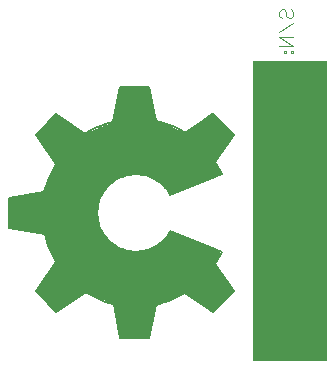
<source format=gbo>
G75*
G70*
%OFA0B0*%
%FSLAX24Y24*%
%IPPOS*%
%LPD*%
%AMOC8*
5,1,8,0,0,1.08239X$1,22.5*
%
%ADD10C,0.0040*%
%ADD11R,0.2500X1.0000*%
%ADD12C,0.0080*%
%ADD13C,0.0060*%
D10*
X047621Y016096D02*
X047698Y016096D01*
X047698Y016172D01*
X047621Y016172D01*
X047621Y016096D01*
X047852Y016096D02*
X047928Y016096D01*
X047928Y016172D01*
X047852Y016172D01*
X047852Y016096D01*
X047928Y016326D02*
X047468Y016326D01*
X047468Y016633D02*
X047928Y016326D01*
X047928Y016633D02*
X047468Y016633D01*
X047468Y016786D02*
X047928Y017093D01*
X047852Y017247D02*
X047928Y017323D01*
X047928Y017477D01*
X047852Y017553D01*
X047698Y017477D02*
X047698Y017323D01*
X047775Y017247D01*
X047852Y017247D01*
X047698Y017477D02*
X047621Y017553D01*
X047545Y017553D01*
X047468Y017477D01*
X047468Y017323D01*
X047545Y017247D01*
D11*
X047823Y010823D03*
D12*
X039638Y010058D02*
X038458Y010268D01*
X038458Y011258D01*
X039628Y011468D01*
X040008Y012388D02*
X039338Y013368D01*
X040028Y014068D01*
X040998Y013408D01*
X041928Y013798D02*
X042148Y014948D01*
X043128Y014948D01*
X043338Y013828D01*
X044318Y013438D02*
X045248Y014068D01*
X045938Y013368D01*
X045328Y012468D01*
X045548Y012078D01*
X043828Y011368D01*
X044319Y008088D02*
X044188Y008013D01*
X044053Y007946D01*
X043915Y007884D01*
X043774Y007830D01*
X043631Y007782D01*
X043486Y007741D01*
X043339Y007708D01*
X043338Y007708D02*
X043128Y006598D01*
X042148Y006588D01*
X041938Y007728D01*
X041008Y008128D02*
X040028Y007468D01*
X039338Y008158D01*
X040008Y009138D01*
X040998Y013408D02*
X041123Y013482D01*
X041250Y013550D01*
X041381Y013613D01*
X041515Y013668D01*
X041650Y013718D01*
X041789Y013761D01*
X041928Y013798D01*
X043338Y013828D02*
X043485Y013793D01*
X043631Y013751D01*
X043774Y013702D01*
X043915Y013646D01*
X044052Y013583D01*
X044187Y013513D01*
X044318Y013438D01*
X041938Y007728D02*
X041798Y007766D01*
X041660Y007811D01*
X041524Y007862D01*
X041391Y007920D01*
X041260Y007983D01*
X041133Y008053D01*
X041008Y008128D01*
X044318Y008088D02*
X045248Y007468D01*
X045938Y008158D01*
X045318Y009058D01*
X045548Y009448D01*
X043828Y010158D01*
X039628Y011468D02*
X039664Y011607D01*
X039707Y011743D01*
X039755Y011877D01*
X039810Y012009D01*
X039870Y012139D01*
X039936Y012265D01*
X040008Y012388D01*
X043828Y011368D02*
X043793Y011430D01*
X043755Y011490D01*
X043713Y011548D01*
X043668Y011604D01*
X043620Y011656D01*
X043569Y011707D01*
X043516Y011754D01*
X043460Y011798D01*
X043401Y011839D01*
X043341Y011877D01*
X043278Y011911D01*
X043214Y011942D01*
X043148Y011969D01*
X043080Y011993D01*
X043012Y012013D01*
X042942Y012029D01*
X042872Y012041D01*
X042801Y012049D01*
X042730Y012053D01*
X042659Y012054D01*
X042587Y012050D01*
X042516Y012043D01*
X042446Y012031D01*
X042376Y012016D01*
X042307Y011997D01*
X042240Y011974D01*
X042174Y011947D01*
X042109Y011917D01*
X042046Y011883D01*
X041985Y011846D01*
X041926Y011805D01*
X041870Y011762D01*
X041816Y011715D01*
X041765Y011665D01*
X041716Y011613D01*
X041671Y011558D01*
X041628Y011501D01*
X041589Y011441D01*
X041554Y011379D01*
X041521Y011316D01*
X041492Y011250D01*
X041467Y011183D01*
X041446Y011115D01*
X041428Y011046D01*
X041415Y010976D01*
X041405Y010905D01*
X041399Y010834D01*
X041397Y010763D01*
X041399Y010692D01*
X041405Y010621D01*
X041415Y010550D01*
X041428Y010480D01*
X041446Y010411D01*
X041467Y010343D01*
X041492Y010276D01*
X041521Y010210D01*
X041554Y010147D01*
X041589Y010085D01*
X041628Y010025D01*
X041671Y009968D01*
X041716Y009913D01*
X041765Y009861D01*
X041816Y009811D01*
X041870Y009764D01*
X041926Y009721D01*
X041985Y009680D01*
X042046Y009643D01*
X042109Y009609D01*
X042174Y009579D01*
X042240Y009552D01*
X042307Y009529D01*
X042376Y009510D01*
X042446Y009495D01*
X042516Y009483D01*
X042587Y009476D01*
X042659Y009472D01*
X042730Y009473D01*
X042801Y009477D01*
X042872Y009485D01*
X042942Y009497D01*
X043012Y009513D01*
X043080Y009533D01*
X043148Y009557D01*
X043214Y009584D01*
X043278Y009615D01*
X043341Y009649D01*
X043401Y009687D01*
X043460Y009728D01*
X043516Y009772D01*
X043569Y009819D01*
X043620Y009870D01*
X043668Y009922D01*
X043713Y009978D01*
X043755Y010036D01*
X043793Y010096D01*
X043828Y010158D01*
X040008Y009139D02*
X039938Y009262D01*
X039873Y009389D01*
X039814Y009518D01*
X039761Y009650D01*
X039714Y009785D01*
X039673Y009921D01*
X039638Y010059D01*
D13*
X039679Y010077D02*
X041568Y010077D01*
X041523Y010135D02*
X039383Y010135D01*
X039678Y010078D02*
X040028Y009118D01*
X039388Y008168D01*
X040028Y007498D01*
X041008Y008168D01*
X041978Y007718D01*
X042178Y006618D01*
X043108Y006628D01*
X043308Y007708D01*
X044348Y008128D01*
X045248Y007518D01*
X045888Y008158D01*
X045268Y009068D01*
X045488Y009428D01*
X043838Y010098D01*
X043298Y009548D01*
X042488Y009428D01*
X041868Y009688D01*
X041428Y010258D01*
X041358Y010898D01*
X041518Y011458D01*
X041908Y011868D01*
X042498Y012108D01*
X043218Y012008D01*
X043618Y011728D01*
X043858Y011408D01*
X045508Y012078D01*
X045278Y012488D01*
X045928Y013368D01*
X045228Y014048D01*
X044308Y013398D01*
X043288Y013858D01*
X043088Y014908D01*
X042178Y014918D01*
X041938Y013778D01*
X040948Y013378D01*
X040028Y014028D01*
X039358Y013368D01*
X040038Y012398D01*
X039628Y011438D01*
X038488Y011228D01*
X038488Y010308D01*
X039678Y010078D01*
X039700Y010018D02*
X041614Y010018D01*
X041659Y009960D02*
X039722Y009960D01*
X039743Y009901D02*
X041704Y009901D01*
X041749Y009843D02*
X039764Y009843D01*
X039786Y009784D02*
X041794Y009784D01*
X041839Y009726D02*
X039807Y009726D01*
X039828Y009667D02*
X041918Y009667D01*
X042058Y009609D02*
X039850Y009609D01*
X039871Y009550D02*
X042197Y009550D01*
X042337Y009492D02*
X039892Y009492D01*
X039914Y009433D02*
X042476Y009433D01*
X042522Y009433D02*
X045476Y009433D01*
X045456Y009375D02*
X039935Y009375D01*
X039956Y009316D02*
X045420Y009316D01*
X045384Y009258D02*
X039978Y009258D01*
X039999Y009199D02*
X045348Y009199D01*
X045313Y009141D02*
X040020Y009141D01*
X040004Y009082D02*
X045277Y009082D01*
X045299Y009024D02*
X039965Y009024D01*
X039925Y008965D02*
X045339Y008965D01*
X045378Y008907D02*
X039886Y008907D01*
X039847Y008848D02*
X045418Y008848D01*
X045458Y008790D02*
X039807Y008790D01*
X039768Y008731D02*
X045498Y008731D01*
X045538Y008673D02*
X039728Y008673D01*
X039689Y008614D02*
X045578Y008614D01*
X045618Y008556D02*
X039649Y008556D01*
X039610Y008497D02*
X045657Y008497D01*
X045697Y008439D02*
X039571Y008439D01*
X039531Y008380D02*
X045737Y008380D01*
X045777Y008322D02*
X039492Y008322D01*
X039452Y008263D02*
X045817Y008263D01*
X045857Y008205D02*
X039413Y008205D01*
X039409Y008146D02*
X040976Y008146D01*
X041056Y008146D02*
X045876Y008146D01*
X045818Y008088D02*
X044408Y008088D01*
X044494Y008029D02*
X045759Y008029D01*
X045701Y007971D02*
X044581Y007971D01*
X044667Y007912D02*
X045642Y007912D01*
X045584Y007854D02*
X044753Y007854D01*
X044840Y007795D02*
X045525Y007795D01*
X045467Y007737D02*
X044926Y007737D01*
X045012Y007678D02*
X045408Y007678D01*
X045350Y007620D02*
X045099Y007620D01*
X045185Y007561D02*
X045291Y007561D01*
X044248Y008088D02*
X041182Y008088D01*
X041308Y008029D02*
X044103Y008029D01*
X043958Y007971D02*
X041434Y007971D01*
X041560Y007912D02*
X043814Y007912D01*
X043669Y007854D02*
X041686Y007854D01*
X041812Y007795D02*
X043524Y007795D01*
X043379Y007737D02*
X041938Y007737D01*
X041986Y007678D02*
X043303Y007678D01*
X043292Y007620D02*
X041996Y007620D01*
X042007Y007561D02*
X043281Y007561D01*
X043270Y007503D02*
X042018Y007503D01*
X042028Y007444D02*
X043260Y007444D01*
X043249Y007386D02*
X042039Y007386D01*
X042050Y007327D02*
X043238Y007327D01*
X043227Y007269D02*
X042060Y007269D01*
X042071Y007210D02*
X043216Y007210D01*
X043205Y007152D02*
X042081Y007152D01*
X042092Y007093D02*
X043195Y007093D01*
X043184Y007035D02*
X042103Y007035D01*
X042113Y006976D02*
X043173Y006976D01*
X043162Y006918D02*
X042124Y006918D01*
X042135Y006859D02*
X043151Y006859D01*
X043140Y006801D02*
X042145Y006801D01*
X042156Y006742D02*
X043130Y006742D01*
X043119Y006684D02*
X042167Y006684D01*
X042177Y006625D02*
X042832Y006625D01*
X040891Y008088D02*
X039465Y008088D01*
X039521Y008029D02*
X040805Y008029D01*
X040720Y007971D02*
X039577Y007971D01*
X039633Y007912D02*
X040634Y007912D01*
X040548Y007854D02*
X039689Y007854D01*
X039745Y007795D02*
X040463Y007795D01*
X040377Y007737D02*
X039801Y007737D01*
X039856Y007678D02*
X040292Y007678D01*
X040206Y007620D02*
X039912Y007620D01*
X039968Y007561D02*
X040121Y007561D01*
X040035Y007503D02*
X040024Y007503D01*
X042917Y009492D02*
X045332Y009492D01*
X045188Y009550D02*
X043300Y009550D01*
X043358Y009609D02*
X045044Y009609D01*
X044900Y009667D02*
X043415Y009667D01*
X043473Y009726D02*
X044756Y009726D01*
X044612Y009784D02*
X043530Y009784D01*
X043588Y009843D02*
X044468Y009843D01*
X044323Y009901D02*
X043645Y009901D01*
X043702Y009960D02*
X044179Y009960D01*
X044035Y010018D02*
X043760Y010018D01*
X043817Y010077D02*
X043891Y010077D01*
X043848Y011422D02*
X043893Y011422D01*
X043804Y011481D02*
X044037Y011481D01*
X044181Y011539D02*
X043760Y011539D01*
X043716Y011598D02*
X044325Y011598D01*
X044469Y011656D02*
X043672Y011656D01*
X043629Y011715D02*
X044613Y011715D01*
X044757Y011773D02*
X043554Y011773D01*
X043470Y011832D02*
X044901Y011832D01*
X045046Y011890D02*
X043387Y011890D01*
X043303Y011949D02*
X045190Y011949D01*
X045334Y012008D02*
X043220Y012008D01*
X042804Y012066D02*
X045478Y012066D01*
X045483Y012125D02*
X039921Y012125D01*
X039946Y012183D02*
X045450Y012183D01*
X045417Y012242D02*
X039971Y012242D01*
X039996Y012300D02*
X045384Y012300D01*
X045351Y012359D02*
X040021Y012359D01*
X040025Y012417D02*
X045318Y012417D01*
X045286Y012476D02*
X039984Y012476D01*
X039943Y012534D02*
X045312Y012534D01*
X045355Y012593D02*
X039902Y012593D01*
X039861Y012651D02*
X045398Y012651D01*
X045442Y012710D02*
X039820Y012710D01*
X039779Y012768D02*
X045485Y012768D01*
X045528Y012827D02*
X039738Y012827D01*
X039697Y012885D02*
X045571Y012885D01*
X045615Y012944D02*
X039656Y012944D01*
X039615Y013002D02*
X045658Y013002D01*
X045701Y013061D02*
X039574Y013061D01*
X039533Y013119D02*
X045744Y013119D01*
X045787Y013178D02*
X039492Y013178D01*
X039451Y013236D02*
X045831Y013236D01*
X045874Y013295D02*
X039410Y013295D01*
X039369Y013353D02*
X045917Y013353D01*
X045884Y013412D02*
X044327Y013412D01*
X044279Y013412D02*
X041030Y013412D01*
X040902Y013412D02*
X039402Y013412D01*
X039462Y013470D02*
X040819Y013470D01*
X040736Y013529D02*
X039521Y013529D01*
X039580Y013587D02*
X040653Y013587D01*
X040570Y013646D02*
X039640Y013646D01*
X039699Y013704D02*
X040488Y013704D01*
X040405Y013763D02*
X039758Y013763D01*
X039818Y013821D02*
X040322Y013821D01*
X040239Y013880D02*
X039877Y013880D01*
X039937Y013938D02*
X040156Y013938D01*
X040074Y013997D02*
X039996Y013997D01*
X041175Y013470D02*
X044150Y013470D01*
X044020Y013529D02*
X041320Y013529D01*
X041465Y013587D02*
X043890Y013587D01*
X043761Y013646D02*
X041609Y013646D01*
X041754Y013704D02*
X043631Y013704D01*
X043501Y013763D02*
X041899Y013763D01*
X041947Y013821D02*
X043371Y013821D01*
X043284Y013880D02*
X041960Y013880D01*
X041972Y013938D02*
X043273Y013938D01*
X043262Y013997D02*
X041984Y013997D01*
X041997Y014055D02*
X043251Y014055D01*
X043240Y014114D02*
X042009Y014114D01*
X042021Y014172D02*
X043229Y014172D01*
X043218Y014231D02*
X042034Y014231D01*
X042046Y014289D02*
X043206Y014289D01*
X043195Y014348D02*
X042058Y014348D01*
X042071Y014406D02*
X043184Y014406D01*
X043173Y014465D02*
X042083Y014465D01*
X042095Y014523D02*
X043162Y014523D01*
X043151Y014582D02*
X042107Y014582D01*
X042120Y014640D02*
X043140Y014640D01*
X043128Y014699D02*
X042132Y014699D01*
X042144Y014757D02*
X043117Y014757D01*
X043106Y014816D02*
X042157Y014816D01*
X042169Y014874D02*
X043095Y014874D01*
X044658Y013646D02*
X045643Y013646D01*
X045583Y013704D02*
X044741Y013704D01*
X044824Y013763D02*
X045523Y013763D01*
X045463Y013821D02*
X044906Y013821D01*
X044989Y013880D02*
X045402Y013880D01*
X045342Y013938D02*
X045072Y013938D01*
X045155Y013997D02*
X045282Y013997D01*
X045703Y013587D02*
X044575Y013587D01*
X044492Y013529D02*
X045764Y013529D01*
X045824Y013470D02*
X044410Y013470D01*
X042394Y012066D02*
X039896Y012066D01*
X039871Y012008D02*
X042250Y012008D01*
X042106Y011949D02*
X039846Y011949D01*
X039821Y011890D02*
X041963Y011890D01*
X041874Y011832D02*
X039796Y011832D01*
X039772Y011773D02*
X041818Y011773D01*
X041762Y011715D02*
X039747Y011715D01*
X039722Y011656D02*
X041707Y011656D01*
X041651Y011598D02*
X039697Y011598D01*
X039672Y011539D02*
X041596Y011539D01*
X041540Y011481D02*
X039647Y011481D01*
X039542Y011422D02*
X041508Y011422D01*
X041491Y011364D02*
X039224Y011364D01*
X038907Y011305D02*
X041475Y011305D01*
X041458Y011247D02*
X038589Y011247D01*
X038488Y011188D02*
X041441Y011188D01*
X041425Y011130D02*
X038488Y011130D01*
X038488Y011071D02*
X041408Y011071D01*
X041391Y011013D02*
X038488Y011013D01*
X038488Y010954D02*
X041374Y010954D01*
X041359Y010896D02*
X038488Y010896D01*
X038488Y010837D02*
X041365Y010837D01*
X041371Y010779D02*
X038488Y010779D01*
X038488Y010720D02*
X041378Y010720D01*
X041384Y010662D02*
X038488Y010662D01*
X038488Y010603D02*
X041391Y010603D01*
X041397Y010545D02*
X038488Y010545D01*
X038488Y010486D02*
X041403Y010486D01*
X041410Y010428D02*
X038488Y010428D01*
X038488Y010369D02*
X041416Y010369D01*
X041423Y010311D02*
X038488Y010311D01*
X038778Y010252D02*
X041433Y010252D01*
X041478Y010194D02*
X039081Y010194D01*
M02*

</source>
